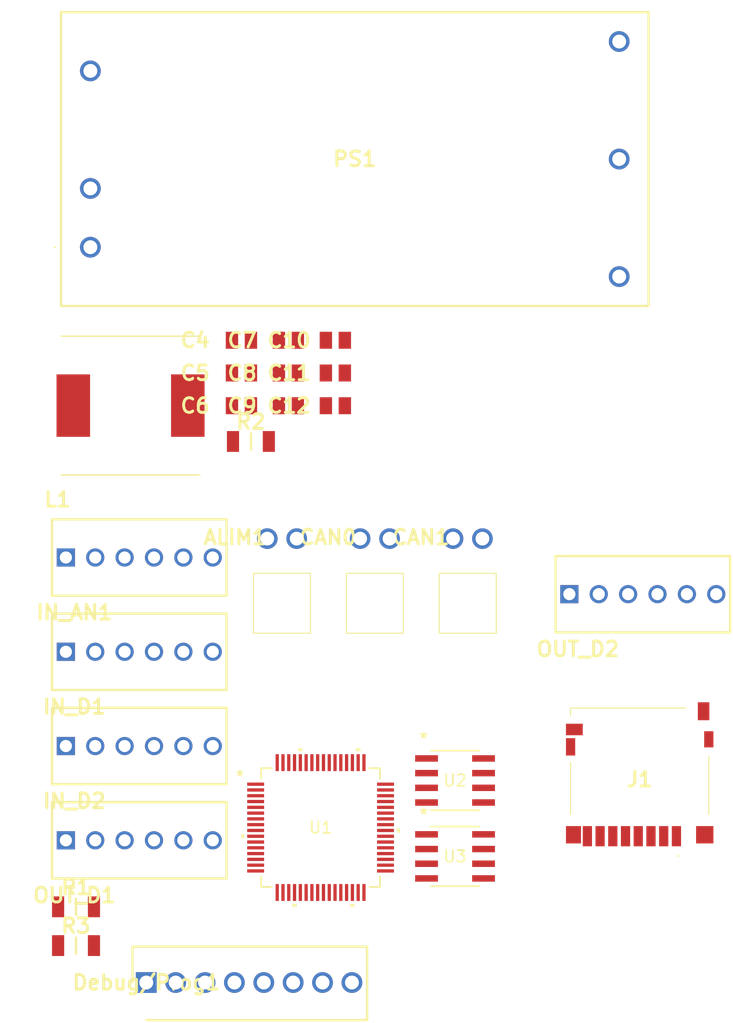
<source format=kicad_pcb>
(kicad_pcb (version 20240108) (generator "pcbnew") (generator_version "8.0")
  (layers (0 "F.Cu" signal) (31 "B.Cu" signal) (34 "B.Paste" user) (35 "F.Paste" user) (36 "B.SilkS" user "B.Silkscreen") (37 "F.SilkS" user "F.Silkscreen") (38 "B.Mask" user) (39 "F.Mask" user) (44 "Edge.Cuts" user))
  (net 0 "")
  (net 1 "LV_ALIM")
  (net 2 "GND")
  (net 3 "VDD_ANA")
  (net 4 "VDD_CORE")
  (net 5 "CAN0_L")
  (net 6 "CAN0_H")
  (net 7 "CAN1_H")
  (net 8 "CAN1_L")
  (net 35 "Net-(PS1-TRIM)")
  (net 36 "Net-(PS1--VOUT)")
  (net 37 "RX_CAN0")
  (net 72 "TX_CAN0")
  (net 89 "RX_CAN1")
  (net 90 "TX_CAN1")
  (net 92 "VDD_IO")
  (net 93 "SWO")
  (net 94 "SWDCLK")
  (net 95 "SWDIO")
  (net 96 "RESETN")
  (footprint "ATSAMC21J18A-ANT:TEN401211E" (layer "F.Cu") (at 118.007201 60.9311)
    (property "Reference" "PS1" (at 22.86 -7.62 0) (layer "F.SilkS") (effects (font (size 1.27 1.27) (thickness 0.254))))
    (property "Value" "TEN_40-1211E" (hide yes))
    (fp_line (start -3.1 0) (end -3.1 0) (stroke (width 0.1)) (layer "F.SilkS"))
    (fp_line (start -3 0) (end -3 0) (stroke (width 0.1)) (layer "F.SilkS"))
    (fp_line (start -2.54 -20.32) (end -2.54 5.08) (stroke (width 0.2)) (layer "F.SilkS"))
    (fp_line (start -2.54 5.08) (end 48.26 5.08) (stroke (width 0.2)) (layer "F.SilkS"))
    (fp_line (start 48.26 -20.32) (end -2.54 -20.32) (stroke (width 0.2)) (layer "F.SilkS"))
    (fp_line (start 48.26 5.08) (end 48.26 -20.32) (stroke (width 0.2)) (layer "F.SilkS"))
    (fp_arc (start -3.1 0) (mid -3.05 -0.05) (end -3 0) (stroke (width 0.1)) (layer "F.SilkS"))
    (fp_arc (start -3 0) (mid -3.05 0.05) (end -3.1 0) (stroke (width 0.1)) (layer "F.SilkS"))
    (pad "1" thru_hole circle (at 0 0) (size 1.8 1.8) (drill 1.2) (layers "*.Cu" "*.Mask") (net 1 "LV_ALIM"))
    (pad "2" thru_hole circle (at 0 -5.08) (size 1.8 1.8) (drill 1.2) (layers "*.Cu" "*.Mask") (net 2 "GND"))
    (pad "3" thru_hole circle (at 0 -15.24) (size 1.8 1.8) (drill 1.2) (layers "*.Cu" "*.Mask") (net 1 "LV_ALIM"))
    (pad "4" thru_hole circle (at 45.72 2.54) (size 1.8 1.8) (drill 1.2) (layers "*.Cu" "*.Mask") (net 92 "VDD_IO"))
    (pad "5" thru_hole circle (at 45.72 -7.62) (size 1.8 1.8) (drill 1.2) (layers "*.Cu" "*.Mask") (net 36 "Net-(PS1--VOUT)"))
    (pad "6" thru_hole circle (at 45.72 -17.78) (size 1.8 1.8) (drill 1.2) (layers "*.Cu" "*.Mask") (net 35 "Net-(PS1-TRIM)"))
  )
  (footprint "EPSA_lib:CAPC2012X130N" (layer "F.Cu") (at 135.127201 68.9761)
    (property "Reference" "C7" (at -4 0 0) (layer "F.SilkS") (effects (font (size 1.27 1.27) (thickness 0.254))))
    (property "Value" "100n" (hide yes))
    (pad "1" smd rect (at -0.82 0) (size 1.07 1.47) (layers "F.Cu" "F.Paste" "F.Mask") (net 2 "GND"))
    (pad "2" smd rect (at 0.82 0) (size 1.07 1.47) (layers "F.Cu" "F.Paste" "F.Mask") (net 92 "VDD_IO"))
  )
  (footprint "EPSA_lib:CAPC2012X130N" (layer "F.Cu") (at 139.187201 74.6361)
    (property "Reference" "C12" (at -4 0 0) (layer "F.SilkS") (effects (font (size 1.27 1.27) (thickness 0.254))))
    (property "Value" "100n" (hide yes))
    (pad "1" smd rect (at -0.82 0) (size 1.07 1.47) (layers "F.Cu" "F.Paste" "F.Mask") (net 2 "GND"))
    (pad "2" smd rect (at 0.82 0) (size 1.07 1.47) (layers "F.Cu" "F.Paste" "F.Mask") (net 92 "VDD_IO"))
  )
  (footprint "ATSAMC21J18A-ANT:DM3DSF" (layer "F.Cu") (at 165.5 106.5)
    (property "Reference" "J1" (at 0 0.438 0) (layer "F.SilkS") (effects (font (size 1.27 1.27) (thickness 0.254))))
    (property "Value" "DM3D-SF" (hide yes))
    (fp_line (start -5.975 -5.725) (end -5.975 -5.025) (stroke (width 0.1)) (layer "F.SilkS"))
    (fp_line (start -5.975 -1.025) (end -5.975 3.475) (stroke (width 0.1)) (layer "F.SilkS"))
    (fp_line (start 3.35 7) (end 3.35 7) (stroke (width 0.1)) (layer "F.SilkS"))
    (fp_line (start 3.35 7.1) (end 3.35 7.1) (stroke (width 0.1)) (layer "F.SilkS"))
    (fp_line (start 3.975 -5.725) (end -5.975 -5.725) (stroke (width 0.1)) (layer "F.SilkS"))
    (fp_line (start 5.975 3.475) (end 5.975 -1.525) (stroke (width 0.1)) (layer "F.SilkS"))
    (fp_arc (start 3.35 7) (mid 3.4 7.05) (end 3.35 7.1) (stroke (width 0.1)) (layer "F.SilkS"))
    (fp_arc (start 3.35 7.1) (mid 3.3 7.05) (end 3.35 7) (stroke (width 0.1)) (layer "F.SilkS"))
    (pad "1" smd rect (at 3.175 5.35) (size 0.8 1.75) (layers "F.Cu" "F.Paste" "F.Mask"))
    (pad "2" smd rect (at 2.075 5.35) (size 0.8 1.75) (layers "F.Cu" "F.Paste" "F.Mask"))
    (pad "3" smd rect (at 0.975 5.35) (size 0.8 1.75) (layers "F.Cu" "F.Paste" "F.Mask"))
    (pad "4" smd rect (at -0.125 5.35) (size 0.8 1.75) (layers "F.Cu" "F.Paste" "F.Mask"))
    (pad "5" smd rect (at -1.225 5.35) (size 0.8 1.75) (layers "F.Cu" "F.Paste" "F.Mask"))
    (pad "6" smd rect (at -2.325 5.35) (size 0.8 1.75) (layers "F.Cu" "F.Paste" "F.Mask"))
    (pad "7" smd rect (at -3.425 5.35) (size 0.8 1.75) (layers "F.Cu" "F.Paste" "F.Mask"))
    (pad "8" smd rect (at -4.525 5.35) (size 0.8 1.75) (layers "F.Cu" "F.Paste" "F.Mask"))
    (pad "MP1" smd rect (at 5.625 5.225) (size 1.5 1.5) (layers "F.Cu" "F.Paste" "F.Mask"))
    (pad "MP2" smd rect (at -5.725 5.225) (size 1.3 1.5) (layers "F.Cu" "F.Paste" "F.Mask"))
    (pad "MP3" smd rect (at 5.975 -3.025) (size 0.8 1.4) (layers "F.Cu" "F.Paste" "F.Mask"))
    (pad "MP4" smd rect (at 5.525 -5.45) (size 1 1.55) (layers "F.Cu" "F.Paste" "F.Mask"))
    (pad "MP5" smd rect (at -5.65 -3.875 90) (size 1 1.45) (layers "F.Cu" "F.Paste" "F.Mask"))
    (pad "MP6" smd rect (at -5.975 -2.375) (size 0.8 1.5) (layers "F.Cu" "F.Paste" "F.Mask"))
  )
  (footprint "EPSA_lib:HDRV6W87P0X254_1X6_1509X635X1092P" (layer "F.Cu") (at 115.887201 95.9061)
    (property "Reference" "IN_D1" (at 0.734823 4.752657 0) (layer "F.SilkS") (effects (font (size 1.27 1.27) (thickness 0.254))))
    (property "Value" "6P Droit 22-11-2062" (hide yes))
    (fp_line (start -1.195 -3.3) (end 13.895 -3.3) (stroke (width 0.2)) (layer "F.SilkS"))
    (fp_line (start -1.195 0) (end -1.195 3.3) (stroke (width 0.2)) (layer "F.SilkS"))
    (fp_line (start -1.195 3.3) (end -1.195 -3.3) (stroke (width 0.2)) (layer "F.SilkS"))
    (fp_line (start -1.195 3.3) (end 13.895 3.3) (stroke (width 0.2)) (layer "F.SilkS"))
    (fp_line (start 13.895 -3.3) (end 0 -3.3) (stroke (width 0.2)) (layer "F.SilkS"))
    (fp_line (start 13.895 3.3) (end 13.895 -3.3) (stroke (width 0.2)) (layer "F.SilkS"))
    (pad "1" thru_hole rect (at 0 0) (size 1.575 1.575) (drill 1.05) (layers "*.Cu" "*.Mask"))
    (pad "2" thru_hole circle (at 2.54 0) (size 1.575 1.575) (drill 1.05) (layers "*.Cu" "*.Mask"))
    (pad "3" thru_hole circle (at 5.08 0) (size 1.575 1.575) (drill 1.05) (layers "*.Cu" "*.Mask"))
    (pad "4" thru_hole circle (at 7.62 0) (size 1.575 1.575) (drill 1.05) (layers "*.Cu" "*.Mask"))
    (pad "5" thru_hole circle (at 10.16 0) (size 1.575 1.575) (drill 1.05) (layers "*.Cu" "*.Mask"))
    (pad "6" thru_hole circle (at 12.7 0) (size 1.575 1.575) (drill 1.05) (layers "*.Cu" "*.Mask"))
  )
  (footprint "EPSA_lib:HDRV6W87P0X254_1X6_1509X635X1092P" (layer "F.Cu") (at 115.887201 87.7561)
    (property "Reference" "IN_AN1" (at 0.734823 4.752657 0) (layer "F.SilkS") (effects (font (size 1.27 1.27) (thickness 0.254))))
    (property "Value" "6P Droit 22-11-2062" (hide yes))
    (fp_line (start -1.195 -3.3) (end 13.895 -3.3) (stroke (width 0.2)) (layer "F.SilkS"))
    (fp_line (start -1.195 0) (end -1.195 3.3) (stroke (width 0.2)) (layer "F.SilkS"))
    (fp_line (start -1.195 3.3) (end -1.195 -3.3) (stroke (width 0.2)) (layer "F.SilkS"))
    (fp_line (start -1.195 3.3) (end 13.895 3.3) (stroke (width 0.2)) (layer "F.SilkS"))
    (fp_line (start 13.895 -3.3) (end 0 -3.3) (stroke (width 0.2)) (layer "F.SilkS"))
    (fp_line (start 13.895 3.3) (end 13.895 -3.3) (stroke (width 0.2)) (layer "F.SilkS"))
    (pad "1" thru_hole rect (at 0 0) (size 1.575 1.575) (drill 1.05) (layers "*.Cu" "*.Mask"))
    (pad "2" thru_hole circle (at 2.54 0) (size 1.575 1.575) (drill 1.05) (layers "*.Cu" "*.Mask"))
    (pad "3" thru_hole circle (at 5.08 0) (size 1.575 1.575) (drill 1.05) (layers "*.Cu" "*.Mask"))
    (pad "4" thru_hole circle (at 7.62 0) (size 1.575 1.575) (drill 1.05) (layers "*.Cu" "*.Mask"))
    (pad "5" thru_hole circle (at 10.16 0) (size 1.575 1.575) (drill 1.05) (layers "*.Cu" "*.Mask"))
    (pad "6" thru_hole circle (at 12.7 0) (size 1.575 1.575) (drill 1.05) (layers "*.Cu" "*.Mask"))
  )
  (footprint "ATSAMC21J18A-ANT:SOIC8_4P9X3P9MC_MCH" (layer "F.Cu") (at 149.5362 107.0324)
    (property "Reference" "U2" (at 0 0 0) (layer "F.SilkS"))
    (property "Value" "ATA6561-GAQW-N")
    (fp_line (start -2.0828 2.5781) (end 2.0828 2.5781) (stroke (width 0.1524)) (layer "F.SilkS"))
    (fp_line (start 2.0828 -2.5781) (end -2.0828 -2.5781) (stroke (width 0.1524)) (layer "F.SilkS"))
    (fp_text user "*" (at -2.7178 -3.606 0) (layer "F.SilkS"))
    (fp_text user "*" (at -2.7178 -3.606 0) (layer "F.SilkS"))
    (pad "1" smd rect (at -2.4638 -1.905) (size 1.969999 0.558) (layers "F.Cu" "F.Paste" "F.Mask") (net 72 "TX_CAN0"))
    (pad "2" smd rect (at -2.4638 -0.635) (size 1.969999 0.558) (layers "F.Cu" "F.Paste" "F.Mask") (net 2 "GND"))
    (pad "3" smd rect (at -2.4638 0.635) (size 1.969999 0.558) (layers "F.Cu" "F.Paste" "F.Mask") (net 92 "VDD_IO"))
    (pad "4" smd rect (at -2.4638 1.905) (size 1.969999 0.558) (layers "F.Cu" "F.Paste" "F.Mask") (net 37 "RX_CAN0"))
    (pad "5" smd rect (at 2.4638 1.905) (size 1.969999 0.558) (layers "F.Cu" "F.Paste" "F.Mask") (net 92 "VDD_IO"))
    (pad "6" smd rect (at 2.4638 0.635) (size 1.969999 0.558) (layers "F.Cu" "F.Paste" "F.Mask") (net 5 "CAN0_L"))
    (pad "7" smd rect (at 2.4638 -0.635) (size 1.969999 0.558) (layers "F.Cu" "F.Paste" "F.Mask") (net 6 "CAN0_H"))
    (pad "8" smd rect (at 2.4638 -1.905) (size 1.969999 0.558) (layers "F.Cu" "F.Paste" "F.Mask"))
  )
  (footprint "EPSA_lib:CAPC2012X130N" (layer "F.Cu") (at 131.067201 68.9761)
    (property "Reference" "C4" (at -4 0 0) (layer "F.SilkS") (effects (font (size 1.27 1.27) (thickness 0.254))))
    (property "Value" "100n" (hide yes))
    (pad "1" smd rect (at -0.82 0) (size 1.07 1.47) (layers "F.Cu" "F.Paste" "F.Mask") (net 2 "GND"))
    (pad "2" smd rect (at 0.82 0) (size 1.07 1.47) (layers "F.Cu" "F.Paste" "F.Mask") (net 3 "VDD_ANA"))
  )
  (footprint "EPSA_lib:HDRV6W87P0X254_1X6_1509X635X1092P" (layer "F.Cu") (at 115.887201 112.2061)
    (property "Reference" "OUT_D1" (at 0.734823 4.752657 0) (layer "F.SilkS") (effects (font (size 1.27 1.27) (thickness 0.254))))
    (property "Value" "6P Droit 22-11-2062" (hide yes))
    (fp_line (start -1.195 -3.3) (end 13.895 -3.3) (stroke (width 0.2)) (layer "F.SilkS"))
    (fp_line (start -1.195 0) (end -1.195 3.3) (stroke (width 0.2)) (layer "F.SilkS"))
    (fp_line (start -1.195 3.3) (end -1.195 -3.3) (stroke (width 0.2)) (layer "F.SilkS"))
    (fp_line (start -1.195 3.3) (end 13.895 3.3) (stroke (width 0.2)) (layer "F.SilkS"))
    (fp_line (start 13.895 -3.3) (end 0 -3.3) (stroke (width 0.2)) (layer "F.SilkS"))
    (fp_line (start 13.895 3.3) (end 13.895 -3.3) (stroke (width 0.2)) (layer "F.SilkS"))
    (pad "1" thru_hole rect (at 0 0) (size 1.575 1.575) (drill 1.05) (layers "*.Cu" "*.Mask"))
    (pad "2" thru_hole circle (at 2.54 0) (size 1.575 1.575) (drill 1.05) (layers "*.Cu" "*.Mask"))
    (pad "3" thru_hole circle (at 5.08 0) (size 1.575 1.575) (drill 1.05) (layers "*.Cu" "*.Mask"))
    (pad "4" thru_hole circle (at 7.62 0) (size 1.575 1.575) (drill 1.05) (layers "*.Cu" "*.Mask"))
    (pad "5" thru_hole circle (at 10.16 0) (size 1.575 1.575) (drill 1.05) (layers "*.Cu" "*.Mask"))
    (pad "6" thru_hole circle (at 12.7 0) (size 1.575 1.575) (drill 1.05) (layers "*.Cu" "*.Mask"))
  )
  (footprint "EPSA_lib:CAPC2012X130N" (layer "F.Cu") (at 139.187201 71.8061)
    (property "Reference" "C11" (at -4 0 0) (layer "F.SilkS") (effects (font (size 1.27 1.27) (thickness 0.254))))
    (property "Value" "22u" (hide yes))
    (pad "1" smd rect (at -0.82 0) (size 1.07 1.47) (layers "F.Cu" "F.Paste" "F.Mask") (net 2 "GND"))
    (pad "2" smd rect (at 0.82 0) (size 1.07 1.47) (layers "F.Cu" "F.Paste" "F.Mask") (net 92 "VDD_IO"))
  )
  (footprint "EPSA_lib:1718574002" (layer "F.Cu") (at 141.332201 86.1241)
    (property "Reference" "CAN0" (at -2.788846 -0.11469 0) (layer "F.SilkS") (effects (font (size 1.27 1.27) (thickness 0.254))))
    (property "Value" "2P Angle 171857-4002" (hide yes))
    (fp_line (start -1.195 3) (end 3.735 3) (stroke (width 0.1)) (layer "F.SilkS"))
    (fp_line (start -1.195 8.18) (end -1.195 3) (stroke (width 0.1)) (layer "F.SilkS"))
    (fp_line (start 3.735 3) (end 3.735 8.18) (stroke (width 0.1)) (layer "F.SilkS"))
    (fp_line (start 3.735 8.18) (end -1.195 8.18) (stroke (width 0.1)) (layer "F.SilkS"))
    (pad "1" thru_hole circle (at 0 0) (size 1.785 1.785) (drill 1.19) (layers "*.Cu" "*.Mask") (net 6 "CAN0_H"))
    (pad "2" thru_hole circle (at 2.54 0) (size 1.785 1.785) (drill 1.19) (layers "*.Cu" "*.Mask") (net 5 "CAN0_L"))
  )
  (footprint "EPSA_lib:1718574002" (layer "F.Cu") (at 133.302201 86.1241)
    (property "Reference" "ALIM1" (at -2.788846 -0.11469 0) (layer "F.SilkS") (effects (font (size 1.27 1.27) (thickness 0.254))))
    (property "Value" "2P Angle 171857-4002" (hide yes))
    (fp_line (start -1.195 3) (end 3.735 3) (stroke (width 0.1)) (layer "F.SilkS"))
    (fp_line (start -1.195 8.18) (end -1.195 3) (stroke (width 0.1)) (layer "F.SilkS"))
    (fp_line (start 3.735 3) (end 3.735 8.18) (stroke (width 0.1)) (layer "F.SilkS"))
    (fp_line (start 3.735 8.18) (end -1.195 8.18) (stroke (width 0.1)) (layer "F.SilkS"))
    (pad "1" thru_hole circle (at 0 0) (size 1.785 1.785) (drill 1.19) (layers "*.Cu" "*.Mask") (net 1 "LV_ALIM"))
    (pad "2" thru_hole circle (at 2.54 0) (size 1.785 1.785) (drill 1.19) (layers "*.Cu" "*.Mask") (net 2 "GND"))
  )
  (footprint "EPSA_lib:RESC3216X70N" (layer "F.Cu") (at 131.887201 77.7261)
    (property "Reference" "R2" (at -0.011901 -1.701971 0) (layer "F.SilkS") (effects (font (size 1.27 1.27) (thickness 0.254))))
    (property "Value" "20k" (hide yes))
    (fp_line (start 0 -0.7) (end 0 0.7) (stroke (width 0.2)) (layer "F.SilkS"))
    (pad "1" smd rect (at -1.55 0) (size 1.05 1.8) (layers "F.Cu" "F.Paste" "F.Mask") (net 36 "Net-(PS1--VOUT)"))
    (pad "2" smd rect (at 1.55 0) (size 1.05 1.8) (layers "F.Cu" "F.Paste" "F.Mask") (net 35 "Net-(PS1-TRIM)"))
  )
  (footprint "EPSA_lib:WE-PD_1260_1245_1280_121054" (layer "F.Cu") (at 121.480701 74.6246)
    (property "Reference" "L1" (at -6.31 8.12 0) (layer "F.SilkS") (effects (font (size 1.27 1.27) (thickness 0.254))))
    (property "Value" "10u" (hide yes))
    (fp_line (start -6 6) (end 6 6) (stroke (width 0.127)) (layer "F.SilkS"))
    (fp_line (start 6 -6) (end -6 -6) (stroke (width 0.127)) (layer "F.SilkS"))
    (pad "1" smd rect (at -4.95 0) (size 2.9 5.4) (layers "F.Cu" "F.Paste" "F.Mask") (net 92 "VDD_IO"))
    (pad "2" smd rect (at 4.95 0) (size 2.9 5.4) (layers "F.Cu" "F.Paste" "F.Mask") (net 3 "VDD_ANA"))
  )
  (footprint "EPSA_lib:CAPC2012X130N" (layer "F.Cu") (at 135.127201 71.8061)
    (property "Reference" "C8" (at -4 0 0) (layer "F.SilkS") (effects (font (size 1.27 1.27) (thickness 0.254))))
    (property "Value" "10u" (hide yes))
    (pad "1" smd rect (at -0.82 0) (size 1.07 1.47) (layers "F.Cu" "F.Paste" "F.Mask") (net 2 "GND"))
    (pad "2" smd rect (at 0.82 0) (size 1.07 1.47) (layers "F.Cu" "F.Paste" "F.Mask") (net 92 "VDD_IO"))
  )
  (footprint "EPSA_lib:HDRV6W87P0X254_1X6_1509X635X1092P" (layer "F.Cu") (at 159.42 90.925)
    (property "Reference" "OUT_D2" (at 0.734823 4.752657 0) (layer "F.SilkS") (effects (font (size 1.27 1.27) (thickness 0.254))))
    (property "Value" "6P Droit 22-11-2062" (hide yes))
    (fp_line (start -1.195 -3.3) (end 13.895 -3.3) (stroke (width 0.2)) (layer "F.SilkS"))
    (fp_line (start -1.195 0) (end -1.195 3.3) (stroke (width 0.2)) (layer "F.SilkS"))
    (fp_line (start -1.195 3.3) (end -1.195 -3.3) (stroke (width 0.2)) (layer "F.SilkS"))
    (fp_line (start -1.195 3.3) (end 13.895 3.3) (stroke (width 0.2)) (layer "F.SilkS"))
    (fp_line (start 13.895 -3.3) (end 0 -3.3) (stroke (width 0.2)) (layer "F.SilkS"))
    (fp_line (start 13.895 3.3) (end 13.895 -3.3) (stroke (width 0.2)) (layer "F.SilkS"))
    (pad "1" thru_hole rect (at 0 0) (size 1.575 1.575) (drill 1.05) (layers "*.Cu" "*.Mask"))
    (pad "2" thru_hole circle (at 2.54 0) (size 1.575 1.575) (drill 1.05) (layers "*.Cu" "*.Mask"))
    (pad "3" thru_hole circle (at 5.08 0) (size 1.575 1.575) (drill 1.05) (layers "*.Cu" "*.Mask"))
    (pad "4" thru_hole circle (at 7.62 0) (size 1.575 1.575) (drill 1.05) (layers "*.Cu" "*.Mask"))
    (pad "5" thru_hole circle (at 10.16 0) (size 1.575 1.575) (drill 1.05) (layers "*.Cu" "*.Mask"))
    (pad "6" thru_hole circle (at 12.7 0) (size 1.575 1.575) (drill 1.05) (layers "*.Cu" "*.Mask"))
  )
  (footprint "EPSA_lib:CAPC2012X130N" (layer "F.Cu") (at 139.187201 68.9761)
    (property "Reference" "C10" (at -4 0 0) (layer "F.SilkS") (effects (font (size 1.27 1.27) (thickness 0.254))))
    (property "Value" "1u" (hide yes))
    (pad "1" smd rect (at -0.82 0) (size 1.07 1.47) (layers "F.Cu" "F.Paste" "F.Mask") (net 2 "GND"))
    (pad "2" smd rect (at 0.82 0) (size 1.07 1.47) (layers "F.Cu" "F.Paste" "F.Mask") (net 4 "VDD_CORE"))
  )
  (footprint "EPSA_lib:CAPC2012X130N" (layer "F.Cu") (at 131.067201 74.6361)
    (property "Reference" "C6" (at -4 0 0) (layer "F.SilkS") (effects (font (size 1.27 1.27) (thickness 0.254))))
    (property "Value" "100n" (hide yes))
    (pad "1" smd rect (at -0.82 0) (size 1.07 1.47) (layers "F.Cu" "F.Paste" "F.Mask") (net 2 "GND"))
    (pad "2" smd rect (at 0.82 0) (size 1.07 1.47) (layers "F.Cu" "F.Paste" "F.Mask") (net 92 "VDD_IO"))
  )
  (footprint "ATSAMC21J18A-ANT:TQFP64_10x10MC_MCH" (layer "F.Cu") (at 137.9096 111.103499)
    (property "Reference" "U1" (at 0 0 0) (layer "F.SilkS"))
    (property "Value" "ATSAMC21J18A-ANT")
    (fp_line (start -5.1308 -5.1308) (end -5.1308 -4.22244) (stroke (width 0.1524)) (layer "F.SilkS"))
    (fp_line (start -5.1308 4.22244) (end -5.1308 5.1308) (stroke (width 0.1524)) (layer "F.SilkS"))
    (fp_line (start -5.1308 5.1308) (end -4.22244 5.1308) (stroke (width 0.1524)) (layer "F.SilkS"))
    (fp_line (start -4.22244 -5.1308) (end -5.1308 -5.1308) (stroke (width 0.1524)) (layer "F.SilkS"))
    (fp_line (start 4.22244 5.1308) (end 5.1308 5.1308) (stroke (width 0.1524)) (layer "F.SilkS"))
    (fp_line (start 5.1308 -5.1308) (end 4.22244 -5.1308) (stroke (width 0.1524)) (layer "F.SilkS"))
    (fp_line (start 5.1308 -4.22244) (end 5.1308 -5.1308) (stroke (width 0.1524)) (layer "F.SilkS"))
    (fp_line (start 5.1308 5.1308) (end 5.1308 4.22244) (stroke (width 0.1524)) (layer "F.SilkS"))
    (fp_poly (pts (xy -6.852399 0.559501) (xy -6.852399 0.940501) (xy -6.598399 0.940501) (xy -6.598399 0.559501)) (fill solid) (layer "F.SilkS"))
    (fp_poly (pts (xy -2.440501 6.598399) (xy -2.440501 6.852399) (xy -2.059501 6.852399) (xy -2.059501 6.598399)) (fill solid) (layer "F.SilkS"))
    (fp_poly (pts (xy -1.940499 -6.598399) (xy -1.940499 -6.852399) (xy -1.559499 -6.852399) (xy -1.559499 -6.598399)) (fill solid) (layer "F.SilkS"))
    (fp_poly (pts (xy 2.5595 6.598399) (xy 2.5595 6.852399) (xy 2.9405 6.852399) (xy 2.9405 6.598399)) (fill solid) (layer "F.SilkS"))
    (fp_poly (pts (xy 3.059501 -6.598399) (xy 3.059501 -6.852399) (xy 3.440501 -6.852399) (xy 3.440501 -6.598399)) (fill solid) (layer "F.SilkS"))
    (fp_poly (pts (xy 6.852399 0.059499) (xy 6.852399 0.4405) (xy 6.598399 0.4405) (xy 6.598399 0.059499)) (fill solid) (layer "F.SilkS"))
    (fp_text user "*" (at -6.9794 -4.381 0) (layer "F.SilkS"))
    (fp_text user "*" (at -6.9794 -4.381 0) (layer "F.SilkS"))
    (pad "1" smd rect (at -5.6134 -3.75 90) (size 0.2794 1.461999) (layers "F.Cu" "F.Paste" "F.Mask"))
    (pad "2" smd rect (at -5.6134 -3.250001 90) (size 0.2794 1.461999) (layers "F.Cu" "F.Paste" "F.Mask"))
    (pad "3" smd rect (at -5.6134 -2.75 90) (size 0.2794 1.461999) (layers "F.Cu" "F.Paste" "F.Mask"))
    (pad "4" smd rect (at -5.6134 -2.250001 90) (size 0.2794 1.461999) (layers "F.Cu" "F.Paste" "F.Mask"))
    (pad "5" smd rect (at -5.6134 -1.749999 90) (size 0.2794 1.461999) (layers "F.Cu" "F.Paste" "F.Mask"))
    (pad "6" smd rect (at -5.6134 -1.25 90) (size 0.2794 1.461999) (layers "F.Cu" "F.Paste" "F.Mask"))
    (pad "7" smd rect (at -5.6134 -0.750001 90) (size 0.2794 1.461999) (layers "F.Cu" "F.Paste" "F.Mask") (net 2 "GND"))
    (pad "8" smd rect (at -5.6134 -0.25 90) (size 0.2794 1.461999) (layers "F.Cu" "F.Paste" "F.Mask") (net 3 "VDD_ANA"))
    (pad "9" smd rect (at -5.6134 0.25 90) (size 0.2794 1.461999) (layers "F.Cu" "F.Paste" "F.Mask"))
    (pad "10" smd rect (at -5.6134 0.750001 90) (size 0.2794 1.461999) (layers "F.Cu" "F.Paste" "F.Mask"))
    (pad "11" smd rect (at -5.6134 1.25 90) (size 0.2794 1.461999) (layers "F.Cu" "F.Paste" "F.Mask"))
    (pad "12" smd rect (at -5.6134 1.749999 90) (size 0.2794 1.461999) (layers "F.Cu" "F.Paste" "F.Mask"))
    (pad "13" smd rect (at -5.6134 2.250001 90) (size 0.2794 1.461999) (layers "F.Cu" "F.Paste" "F.Mask"))
    (pad "14" smd rect (at -5.6134 2.75 90) (size 0.2794 1.461999) (layers "F.Cu" "F.Paste" "F.Mask"))
    (pad "15" smd rect (at -5.6134 3.250001 90) (size 0.2794 1.461999) (layers "F.Cu" "F.Paste" "F.Mask"))
    (pad "16" smd rect (at -5.6134 3.75 90) (size 0.2794 1.461999) (layers "F.Cu" "F.Paste" "F.Mask"))
    (pad "17" smd rect (at -3.75 5.6134) (size 0.2794 1.461999) (layers "F.Cu" "F.Paste" "F.Mask"))
    (pad "18" smd rect (at -3.250001 5.6134) (size 0.2794 1.461999) (layers "F.Cu" "F.Paste" "F.Mask"))
    (pad "19" smd rect (at -2.75 5.6134) (size 0.2794 1.461999) (layers "F.Cu" "F.Paste" "F.Mask"))
    (pad "20" smd rect (at -2.250001 5.6134) (size 0.2794 1.461999) (layers "F.Cu" "F.Paste" "F.Mask"))
    (pad "21" smd rect (at -1.749999 5.6134) (size 0.2794 1.461999) (layers "F.Cu" "F.Paste" "F.Mask"))
    (pad "22" smd rect (at -1.25 5.6134) (size 0.2794 1.461999) (layers "F.Cu" "F.Paste" "F.Mask") (net 2 "GND"))
    (pad "23" smd rect (at -0.750001 5.6134) (size 0.2794 1.461999) (layers "F.Cu" "F.Paste" "F.Mask"))
    (pad "24" smd rect (at -0.25 5.6134) (size 0.2794 1.461999) (layers "F.Cu" "F.Paste" "F.Mask"))
    (pad "25" smd rect (at 0.25 5.6134) (size 0.2794 1.461999) (layers "F.Cu" "F.Paste" "F.Mask"))
    (pad "26" smd rect (at 0.750001 5.6134) (size 0.2794 1.461999) (layers "F.Cu" "F.Paste" "F.Mask"))
    (pad "27" smd rect (at 1.25 5.6134) (size 0.2794 1.461999) (layers "F.Cu" "F.Paste" "F.Mask"))
    (pad "28" smd rect (at 1.749999 5.6134) (size 0.2794 1.461999) (layers "F.Cu" "F.Paste" "F.Mask"))
    (pad "29" smd rect (at 2.250001 5.6134) (size 0.2794 1.461999) (layers "F.Cu" "F.Paste" "F.Mask"))
    (pad "30" smd rect (at 2.75 5.6134) (size 0.2794 1.461999) (layers "F.Cu" "F.Paste" "F.Mask"))
    (pad "31" smd rect (at 3.250001 5.6134) (size 0.2794 1.461999) (layers "F.Cu" "F.Paste" "F.Mask"))
    (pad "32" smd rect (at 3.75 5.6134) (size 0.2794 1.461999) (layers "F.Cu" "F.Paste" "F.Mask"))
    (pad "33" smd rect (at 5.6134 3.75 90) (size 0.2794 1.461999) (layers "F.Cu" "F.Paste" "F.Mask") (net 2 "GND"))
    (pad "34" smd rect (at 5.6134 3.250001 90) (size 0.2794 1.461999) (layers "F.Cu" "F.Paste" "F.Mask") (net 92 "VDD_IO"))
    (pad "35" smd rect (at 5.6134 2.75 90) (size 0.2794 1.461999) (layers "F.Cu" "F.Paste" "F.Mask"))
    (pad "36" smd rect (at 5.6134 2.250001 90) (size 0.2794 1.461999) (layers "F.Cu" "F.Paste" "F.Mask"))
    (pad "37" smd rect (at 5.6134 1.749999 90) (size 0.2794 1.461999) (layers "F.Cu" "F.Paste" "F.Mask"))
    (pad "38" smd rect (at 5.6134 1.25 90) (size 0.2794 1.461999) (layers "F.Cu" "F.Paste" "F.Mask"))
    (pad "39" smd rect (at 5.6134 0.750001 90) (size 0.2794 1.461999) (layers "F.Cu" "F.Paste" "F.Mask"))
    (pad "40" smd rect (at 5.6134 0.25 90) (size 0.2794 1.461999) (layers "F.Cu" "F.Paste" "F.Mask"))
    (pad "41" smd rect (at 5.6134 -0.25 90) (size 0.2794 1.461999) (layers "F.Cu" "F.Paste" "F.Mask"))
    (pad "42" smd rect (at 5.6134 -0.750001 90) (size 0.2794 1.461999) (layers "F.Cu" "F.Paste" "F.Mask"))
    (pad "43" smd rect (at 5.6134 -1.25 90) (size 0.2794 1.461999) (layers "F.Cu" "F.Paste" "F.Mask"))
    (pad "44" smd rect (at 5.6134 -1.749999 90) (size 0.2794 1.461999) (layers "F.Cu" "F.Paste" "F.Mask"))
    (pad "45" smd rect (at 5.6134 -2.250001 90) (size 0.2794 1.461999) (layers "F.Cu" "F.Paste" "F.Mask") (net 72 "TX_CAN0"))
    (pad "46" smd rect (at 5.6134 -2.75 90) (size 0.2794 1.461999) (layers "F.Cu" "F.Paste" "F.Mask") (net 37 "RX_CAN0"))
    (pad "47" smd rect (at 5.6134 -3.250001 90) (size 0.2794 1.461999) (layers "F.Cu" "F.Paste" "F.Mask") (net 2 "GND"))
    (pad "48" smd rect (at 5.6134 -3.75 90) (size 0.2794 1.461999) (layers "F.Cu" "F.Paste" "F.Mask") (net 92 "VDD_IO"))
    (pad "49" smd rect (at 3.75 -5.6134) (size 0.2794 1.461999) (layers "F.Cu" "F.Paste" "F.Mask"))
    (pad "50" smd rect (at 3.250001 -5.6134) (size 0.2794 1.461999) (layers "F.Cu" "F.Paste" "F.Mask"))
    (pad "51" smd rect (at 2.75 -5.6134) (size 0.2794 1.461999) (layers "F.Cu" "F.Paste" "F.Mask"))
    (pad "52" smd rect (at 2.250001 -5.6134) (size 0.2794 1.461999) (layers "F.Cu" "F.Paste" "F.Mask") (net 96 "RESETN"))
    (pad "53" smd rect (at 1.749999 -5.6134) (size 0.2794 1.461999) (layers "F.Cu" "F.Paste" "F.Mask"))
    (pad "54" smd rect (at 1.25 -5.6134) (size 0.2794 1.461999) (layers "F.Cu" "F.Paste" "F.Mask") (net 2 "GND"))
    (pad "55" smd rect (at 0.750001 -5.6134) (size 0.2794 1.461999) (layers "F.Cu" "F.Paste" "F.Mask") (net 4 "VDD_CORE"))
    (pad "56" smd rect (at 0.25 -5.6134) (size 0.2794 1.461999) (layers "F.Cu" "F.Paste" "F.Mask") (net 92 "VDD_IO"))
    (pad "57" smd rect (at -0.25 -5.6134) (size 0.2794 1.461999) (layers "F.Cu" "F.Paste" "F.Mask") (net 94 "SWDCLK"))
    (pad "58" smd rect (at -0.750001 -5.6134) (size 0.2794 1.461999) (layers "F.Cu" "F.Paste" "F.Mask") (net 95 "SWDIO"))
    (pad "59" smd rect (at -1.25 -5.6134) (size 0.2794 1.461999) (layers "F.Cu" "F.Paste" "F.Mask"))
    (pad "60" smd rect (at -1.749999 -5.6134) (size 0.2794 1.461999) (layers "F.Cu" "F.Paste" "F.Mask"))
    (pad "61" smd rect (at -2.250001 -5.6134) (size 0.2794 1.461999) (layers "F.Cu" "F.Paste" "F.Mask"))
    (pad "62" smd rect (at -2.75 -5.6134) (size 0.2794 1.461999) (layers "F.Cu" "F.Paste" "F.Mask"))
    (pad "63" smd rect (at -3.250001 -5.6134) (size 0.2794 1.461999) (layers "F.Cu" "F.Paste" "F.Mask"))
    (pad "64" smd rect (at -3.75 -5.6134) (size 0.2794 1.461999) (layers "F.Cu" "F.Paste" "F.Mask"))
  )
  (footprint "EPSA_lib:RESC3216X70N" (layer "F.Cu") (at 116.767201 121.3061)
    (property "Reference" "R3" (at -0.011901 -1.701971 0) (layer "F.SilkS") (effects (font (size 1.27 1.27) (thickness 0.254))))
    (property "Value" "120" (hide yes))
    (fp_line (start 0 -0.7) (end 0 0.7) (stroke (width 0.2)) (layer "F.SilkS"))
    (pad "1" smd rect (at -1.55 0) (size 1.05 1.8) (layers "F.Cu" "F.Paste" "F.Mask") (net 8 "CAN1_L"))
    (pad "2" smd rect (at 1.55 0) (size 1.05 1.8) (layers "F.Cu" "F.Paste" "F.Mask") (net 7 "CAN1_H"))
  )
  (footprint "ATSAMC21J18A-ANT:SOIC8_4P9X3P9MC_MCH" (layer "F.Cu") (at 149.5362 113.595)
    (property "Reference" "U3" (at 0 0 0) (layer "F.SilkS"))
    (property "Value" "ATA6561-GAQW-N")
    (fp_line (start -2.0828 2.5781) (end 2.0828 2.5781) (stroke (width 0.1524)) (layer "F.SilkS"))
    (fp_line (start 2.0828 -2.5781) (end -2.0828 -2.5781) (stroke (width 0.1524)) (layer "F.SilkS"))
    (fp_text user "*" (at -2.7178 -3.606 0) (layer "F.SilkS"))
    (fp_text user "*" (at -2.7178 -3.606 0) (layer "F.SilkS"))
    (pad "1" smd rect (at -2.4638 -1.905) (size 1.969999 0.558) (layers "F.Cu" "F.Paste" "F.Mask") (net 90 "TX_CAN1"))
    (pad "2" smd rect (at -2.4638 -0.635) (size 1.969999 0.558) (layers "F.Cu" "F.Paste" "F.Mask") (net 2 "GND"))
    (pad "3" smd rect (at -2.4638 0.635) (size 1.969999 0.558) (layers "F.Cu" "F.Paste" "F.Mask") (net 92 "VDD_IO"))
    (pad "4" smd rect (at -2.4638 1.905) (size 1.969999 0.558) (layers "F.Cu" "F.Paste" "F.Mask") (net 89 "RX_CAN1"))
    (pad "5" smd rect (at 2.4638 1.905) (size 1.969999 0.558) (layers "F.Cu" "F.Paste" "F.Mask") (net 92 "VDD_IO"))
    (pad "6" smd rect (at 2.4638 0.635) (size 1.969999 0.558) (layers "F.Cu" "F.Paste" "F.Mask") (net 8 "CAN1_L"))
    (pad "7" smd rect (at 2.4638 -0.635) (size 1.969999 0.558) (layers "F.Cu" "F.Paste" "F.Mask") (net 7 "CAN1_H"))
    (pad "8" smd rect (at 2.4638 -1.905) (size 1.969999 0.558) (layers "F.Cu" "F.Paste" "F.Mask"))
  )
  (footprint "EPSA_lib:HDRV6W87P0X254_1X6_1509X635X1092P" (layer "F.Cu") (at 115.887201 104.0561)
    (property "Reference" "IN_D2" (at 0.734823 4.752657 0) (layer "F.SilkS") (effects (font (size 1.27 1.27) (thickness 0.254))))
    (property "Value" "6P Droit 22-11-2062" (hide yes))
    (fp_line (start -1.195 -3.3) (end 13.895 -3.3) (stroke (width 0.2)) (layer "F.SilkS"))
    (fp_line (start -1.195 0) (end -1.195 3.3) (stroke (width 0.2)) (layer "F.SilkS"))
    (fp_line (start -1.195 3.3) (end -1.195 -3.3) (stroke (width 0.2)) (layer "F.SilkS"))
    (fp_line (start -1.195 3.3) (end 13.895 3.3) (stroke (width 0.2)) (layer "F.SilkS"))
    (fp_line (start 13.895 -3.3) (end 0 -3.3) (stroke (width 0.2)) (layer "F.SilkS"))
    (fp_line (start 13.895 3.3) (end 13.895 -3.3) (stroke (width 0.2)) (layer "F.SilkS"))
    (pad "1" thru_hole rect (at 0 0) (size 1.575 1.575) (drill 1.05) (layers "*.Cu" "*.Mask"))
    (pad "2" thru_hole circle (at 2.54 0) (size 1.575 1.575) (drill 1.05) (layers "*.Cu" "*.Mask"))
    (pad "3" thru_hole circle (at 5.08 0) (size 1.575 1.575) (drill 1.05) (layers "*.Cu" "*.Mask"))
    (pad "4" thru_hole circle (at 7.62 0) (size 1.575 1.575) (drill 1.05) (layers "*.Cu" "*.Mask"))
    (pad "5" thru_hole circle (at 10.16 0) (size 1.575 1.575) (drill 1.05) (layers "*.Cu" "*.Mask"))
    (pad "6" thru_hole circle (at 12.7 0) (size 1.575 1.575) (drill 1.05) (layers "*.Cu" "*.Mask"))
  )
  (footprint "ATSAMC21J18A-ANT:SHDR8W99P0X254_1X8_2017X635X1124P" (layer "F.Cu") (at 122.84 124.5)
    (property "Reference" "Debug/Prog1" (at 0 0 0) (layer "F.SilkS") (effects (font (size 1.27 1.27) (thickness 0.254))))
    (property "Value" "171856-1008" (hide yes))
    (fp_line (start -1.19 -3.1) (end -1.19 0) (stroke (width 0.2)) (layer "F.SilkS"))
    (fp_line (start 0 3.25) (end 19.09 3.25) (stroke (width 0.2)) (layer "F.SilkS"))
    (fp_line (start 19.09 -3.1) (end -1.19 -3.1) (stroke (width 0.2)) (layer "F.SilkS"))
    (fp_line (start 19.09 3.25) (end 19.09 -3.1) (stroke (width 0.2)) (layer "F.SilkS"))
    (pad "1" thru_hole rect (at 0 0) (size 1.8 1.8) (drill 1.2) (layers "*.Cu" "*.Mask") (net 96 "RESETN"))
    (pad "2" thru_hole circle (at 2.54 0) (size 1.8 1.8) (drill 1.2) (layers "*.Cu" "*.Mask") (net 92 "VDD_IO"))
    (pad "3" thru_hole circle (at 5.08 0) (size 1.8 1.8) (drill 1.2) (layers "*.Cu" "*.Mask") (net 2 "GND"))
    (pad "4" thru_hole circle (at 7.62 0) (size 1.8 1.8) (drill 1.2) (layers "*.Cu" "*.Mask") (net 93 "SWO"))
    (pad "5" thru_hole circle (at 10.16 0) (size 1.8 1.8) (drill 1.2) (layers "*.Cu" "*.Mask") (net 94 "SWDCLK"))
    (pad "6" thru_hole circle (at 12.7 0) (size 1.8 1.8) (drill 1.2) (layers "*.Cu" "*.Mask"))
    (pad "7" thru_hole circle (at 15.24 0) (size 1.8 1.8) (drill 1.2) (layers "*.Cu" "*.Mask"))
    (pad "8" thru_hole circle (at 17.78 0) (size 1.8 1.8) (drill 1.2) (layers "*.Cu" "*.Mask") (net 95 "SWDIO"))
  )
  (footprint "EPSA_lib:RESC3216X70N" (layer "F.Cu") (at 116.767201 117.9561)
    (property "Reference" "R1" (at -0.011901 -1.701971 0) (layer "F.SilkS") (effects (font (size 1.27 1.27) (thickness 0.254))))
    (property "Value" "120" (hide yes))
    (fp_line (start 0 -0.7) (end 0 0.7) (stroke (width 0.2)) (layer "F.SilkS"))
    (pad "1" smd rect (at -1.55 0) (size 1.05 1.8) (layers "F.Cu" "F.Paste" "F.Mask") (net 5 "CAN0_L"))
    (pad "2" smd rect (at 1.55 0) (size 1.05 1.8) (layers "F.Cu" "F.Paste" "F.Mask") (net 6 "CAN0_H"))
  )
  (footprint "EPSA_lib:CAPC2012X130N" (layer "F.Cu") (at 131.067201 71.8061)
    (property "Reference" "C5" (at -4 0 0) (layer "F.SilkS") (effects (font (size 1.27 1.27) (thickness 0.254))))
    (property "Value" "10u" (hide yes))
    (pad "1" smd rect (at -0.82 0) (size 1.07 1.47) (layers "F.Cu" "F.Paste" "F.Mask") (net 2 "GND"))
    (pad "2" smd rect (at 0.82 0) (size 1.07 1.47) (layers "F.Cu" "F.Paste" "F.Mask") (net 3 "VDD_ANA"))
  )
  (footprint "EPSA_lib:1718574002" (layer "F.Cu") (at 149.362201 86.1241)
    (property "Reference" "CAN1" (at -2.788846 -0.11469 0) (layer "F.SilkS") (effects (font (size 1.27 1.27) (thickness 0.254))))
    (property "Value" "2P Angle 171857-4002" (hide yes))
    (fp_line (start -1.195 3) (end 3.735 3) (stroke (width 0.1)) (layer "F.SilkS"))
    (fp_line (start -1.195 8.18) (end -1.195 3) (stroke (width 0.1)) (layer "F.SilkS"))
    (fp_line (start 3.735 3) (end 3.735 8.18) (stroke (width 0.1)) (layer "F.SilkS"))
    (fp_line (start 3.735 8.18) (end -1.195 8.18) (stroke (width 0.1)) (layer "F.SilkS"))
    (pad "1" thru_hole circle (at 0 0) (size 1.785 1.785) (drill 1.19) (layers "*.Cu" "*.Mask") (net 7 "CAN1_H"))
    (pad "2" thru_hole circle (at 2.54 0) (size 1.785 1.785) (drill 1.19) (layers "*.Cu" "*.Mask") (net 8 "CAN1_L"))
  )
  (footprint "EPSA_lib:CAPC2012X130N" (layer "F.Cu") (at 135.127201 74.6361)
    (property "Reference" "C9" (at -4 0 0) (layer "F.SilkS") (effects (font (size 1.27 1.27) (thickness 0.254))))
    (property "Value" "100n" (hide yes))
    (pad "1" smd rect (at -0.82 0) (size 1.07 1.47) (layers "F.Cu" "F.Paste" "F.Mask") (net 2 "GND"))
    (pad "2" smd rect (at 0.82 0) (size 1.07 1.47) (layers "F.Cu" "F.Paste" "F.Mask") (net 4 "VDD_CORE"))
  )
)
</source>
